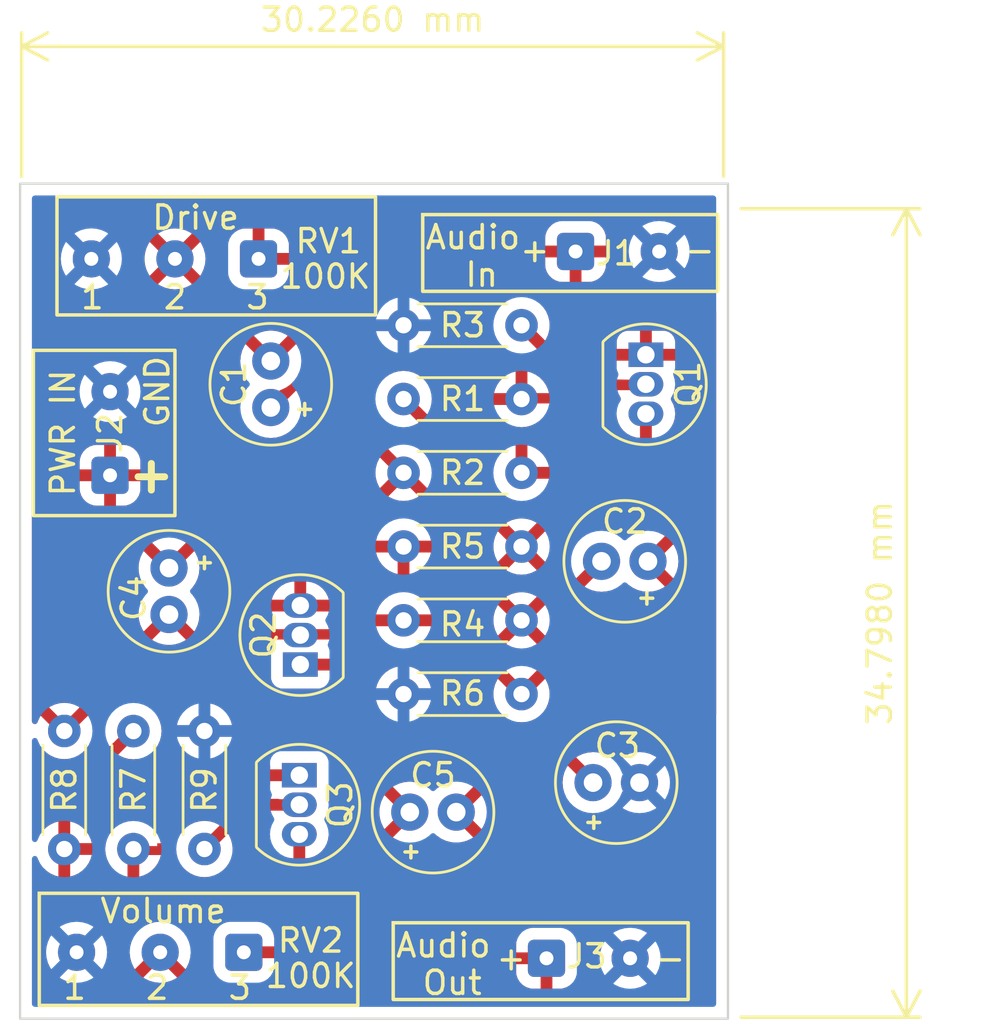
<source format=kicad_pcb>
(kicad_pcb (version 20211014) (generator pcbnew)
  (layers (0 "F.Cu" signal) (31 "B.Cu" signal) (34 "B.Paste" user) (35 "F.Paste" user) (36 "B.SilkS" user "B.Silkscreen") (37 "F.SilkS" user "F.Silkscreen") (38 "B.Mask" user) (39 "F.Mask" user) (44 "Edge.Cuts" user))
  (net 0 "")
  (net 1 "Net-(C1-Pad1)")
  (net 2 "Net-(C1-Pad2)")
  (net 3 "Net-(C2-Pad1)")
  (net 4 "Net-(C2-Pad2)")
  (net 5 "Net-(C3-Pad1)")
  (net 6 "GND")
  (net 7 "Net-(C4-Pad1)")
  (net 8 "Net-(C4-Pad2)")
  (net 9 "Net-(C5-Pad1)")
  (net 10 "Net-(C5-Pad2)")
  (net 11 "Net-(J2-Pad1)")
  (net 12 "Net-(Q1-Pad3)")
  (net 13 "Net-(Q3-Pad1)")
  (net 14 "Net-(J3-Pad1)")
  (net 15 "Net-(J1-Pad1)")
  (footprint "Package_TO_SOT_THT:TO-92_Inline" (layer "F.Cu") (at 156.1675 86.0425 -90)
    (fp_text reference "Q1" (at 1.27 -1.8205 -90) (layer "F.SilkS"))
    (fp_text value "2N3904")
    (fp_line (start -0.53 1.85) (end 3.07 1.85) (layer "F.SilkS") (width 0.12))
    (fp_arc (start 1.27 -2.6) (mid 3.672087 -0.994977) (end 3.108478 1.838478) (layer "F.SilkS") (width 0.12))
    (fp_arc (start -0.568478 1.838478) (mid -1.132087 -0.994977) (end 1.27 -2.6) (layer "F.SilkS") (width 0.12))
    (pad "1" thru_hole rect (at 0 0 270) (size 1.05 1.5) (drill 0.75) (layers *.Cu *.Mask) (net 3 "Net-(C2-Pad1)"))
    (pad "2" thru_hole oval (at 1.27 0 270) (size 1.05 1.5) (drill 0.75) (layers *.Cu *.Mask) (net 1 "Net-(C1-Pad1)"))
    (pad "3" thru_hole oval (at 2.54 0 270) (size 1.05 1.5) (drill 0.75) (layers *.Cu *.Mask) (net 12 "Net-(Q1-Pad3)"))
  )
  (footprint "Package_TO_SOT_THT:TO-92_Inline" (layer "F.Cu") (at 141.2875 99.3775 90)
    (fp_text reference "Q2" (at 1.27 -1.5875 90) (layer "F.SilkS"))
    (fp_text value "2N3904")
    (fp_line (start -0.53 1.85) (end 3.07 1.85) (layer "F.SilkS") (width 0.12))
    (fp_arc (start -0.568478 1.838478) (mid -1.132087 -0.994977) (end 1.27 -2.6) (layer "F.SilkS") (width 0.12))
    (fp_arc (start 1.27 -2.6) (mid 3.672087 -0.994977) (end 3.108478 1.838478) (layer "F.SilkS") (width 0.12))
    (pad "1" thru_hole rect (at 0 0 90) (size 1.05 1.5) (drill 0.75) (layers *.Cu *.Mask) (net 4 "Net-(C2-Pad2)"))
    (pad "2" thru_hole oval (at 1.27 0 90) (size 1.05 1.5) (drill 0.75) (layers *.Cu *.Mask) (net 5 "Net-(C3-Pad1)"))
    (pad "3" thru_hole oval (at 2.54 0 90) (size 1.05 1.5) (drill 0.75) (layers *.Cu *.Mask) (net 7 "Net-(C4-Pad1)"))
  )
  (footprint "Connector_Wire:SolderWire-0.1sqmm_1x03_P3.6mm_D0.4mm_OD1mm" (layer "F.Cu") (at 139.49 81.915 180)
    (fp_text reference "RV1" (at -3.004 0.762) (layer "F.SilkS"))
    (fp_text value "R_Potentiometer")
    (pad "1" thru_hole roundrect (at 0 0 180) (size 1.6 1.6) (drill 0.6) (layers *.Cu *.Mask) (roundrect_rratio 0.15625) (net 15 "Net-(J1-Pad1)"))
    (pad "2" thru_hole circle (at 3.6 0 180) (size 1.6 1.6) (drill 0.6) (layers *.Cu *.Mask) (net 2 "Net-(C1-Pad2)"))
    (pad "3" thru_hole circle (at 7.2 0 180) (size 1.6 1.6) (drill 0.6) (layers *.Cu *.Mask) (net 6 "GND"))
  )
  (footprint "Capacitor_THT:C_Radial_D5.0mm_H11.0mm_P2.00mm" (layer "F.Cu") (at 156.2575 94.9325 180)
    (fp_text reference "C2" (at 1 1.7145 180) (layer "F.SilkS"))
    (fp_text value "C_Polarized")
    (fp_circle (center 1 0) (end 3.62 0) (layer "F.SilkS") (width 0.12) (fill none))
    (pad "1" thru_hole circle (at 0 0 180) (size 1.6 1.6) (drill 0.8) (layers *.Cu *.Mask) (net 3 "Net-(C2-Pad1)"))
    (pad "2" thru_hole circle (at 2 0 180) (size 1.6 1.6) (drill 0.8) (layers *.Cu *.Mask) (net 4 "Net-(C2-Pad2)"))
  )
  (footprint "Connector_Wire:SolderWire-0.1sqmm_1x02_P3.6mm_D0.4mm_OD1mm" (layer "F.Cu") (at 133.096 91.23 90)
    (fp_text reference "J2" (at 1.822 0 90) (layer "F.SilkS"))
    (fp_text value "Conn_01x02_Female")
    (pad "1" thru_hole roundrect (at 0 0 90) (size 1.6 1.6) (drill 0.6) (layers *.Cu *.Mask) (roundrect_rratio 0.15625) (net 11 "Net-(J2-Pad1)"))
    (pad "2" thru_hole circle (at 3.6 0 90) (size 1.6 1.6) (drill 0.6) (layers *.Cu *.Mask) (net 6 "GND"))
  )
  (footprint "Package_TO_SOT_THT:TO-92_Inline" (layer "F.Cu") (at 141.245 104.14 -90)
    (fp_text reference "Q3" (at 1.27 -1.757 90) (layer "F.SilkS"))
    (fp_text value "2N3904")
    (fp_line (start -0.53 1.85) (end 3.07 1.85) (layer "F.SilkS") (width 0.12))
    (fp_arc (start -0.568478 1.838478) (mid -1.132087 -0.994977) (end 1.27 -2.6) (layer "F.SilkS") (width 0.12))
    (fp_arc (start 1.27 -2.6) (mid 3.672087 -0.994977) (end 3.108478 1.838478) (layer "F.SilkS") (width 0.12))
    (pad "1" thru_hole rect (at 0 0 270) (size 1.05 1.5) (drill 0.75) (layers *.Cu *.Mask) (net 13 "Net-(Q3-Pad1)"))
    (pad "2" thru_hole oval (at 1.27 0 270) (size 1.05 1.5) (drill 0.75) (layers *.Cu *.Mask) (net 8 "Net-(C4-Pad2)"))
    (pad "3" thru_hole oval (at 2.54 0 270) (size 1.05 1.5) (drill 0.75) (layers *.Cu *.Mask) (net 9 "Net-(C5-Pad1)"))
  )
  (footprint "Resistor_THT:R_Axial_DIN0204_L3.6mm_D1.6mm_P5.08mm_Horizontal" (layer "F.Cu") (at 150.8125 97.4725 180)
    (fp_text reference "R4" (at 2.54 -0.18) (layer "F.SilkS"))
    (fp_text value "330k")
    (fp_line (start 0.62 0.92) (end 4.46 0.92) (layer "F.SilkS") (width 0.12))
    (fp_line (start 0.62 -0.92) (end 4.46 -0.92) (layer "F.SilkS") (width 0.12))
    (pad "1" thru_hole circle (at 0 0 180) (size 1.4 1.4) (drill 0.7) (layers *.Cu *.Mask) (net 11 "Net-(J2-Pad1)"))
    (pad "2" thru_hole oval (at 5.08 0 180) (size 1.4 1.4) (drill 0.7) (layers *.Cu *.Mask) (net 5 "Net-(C3-Pad1)"))
  )
  (footprint "Capacitor_THT:C_Radial_D5.0mm_H11.0mm_P2.00mm" (layer "F.Cu") (at 140.0175 88.3125 90)
    (fp_text reference "C1" (at 1 -1.5875 90) (layer "F.SilkS"))
    (fp_text value "C_Polarized")
    (fp_circle (center 1 0) (end 3.62 0) (layer "F.SilkS") (width 0.12) (fill none))
    (pad "1" thru_hole circle (at 0 0 90) (size 1.6 1.6) (drill 0.8) (layers *.Cu *.Mask) (net 1 "Net-(C1-Pad1)"))
    (pad "2" thru_hole circle (at 2 0 90) (size 1.6 1.6) (drill 0.8) (layers *.Cu *.Mask) (net 2 "Net-(C1-Pad2)"))
  )
  (footprint "Resistor_THT:R_Axial_DIN0204_L3.6mm_D1.6mm_P5.08mm_Horizontal" (layer "F.Cu") (at 145.7325 87.9475)
    (fp_text reference "R1" (at 2.54 0) (layer "F.SilkS"))
    (fp_text value "300k")
    (fp_line (start 0.62 0.92) (end 4.46 0.92) (layer "F.SilkS") (width 0.12))
    (fp_line (start 0.62 -0.92) (end 4.46 -0.92) (layer "F.SilkS") (width 0.12))
    (pad "1" thru_hole circle (at 0 0) (size 1.4 1.4) (drill 0.7) (layers *.Cu *.Mask) (net 12 "Net-(Q1-Pad3)"))
    (pad "2" thru_hole oval (at 5.08 0) (size 1.4 1.4) (drill 0.7) (layers *.Cu *.Mask) (net 1 "Net-(C1-Pad1)"))
  )
  (footprint "Capacitor_THT:C_Radial_D5.0mm_H11.0mm_P2.00mm" (layer "F.Cu") (at 146.0025 105.7275)
    (fp_text reference "C5" (at 1 -1.5875) (layer "F.SilkS"))
    (fp_text value "C_Polarized")
    (fp_circle (center 1 0) (end 3.62 0) (layer "F.SilkS") (width 0.12) (fill none))
    (pad "1" thru_hole circle (at 0 0) (size 1.6 1.6) (drill 0.8) (layers *.Cu *.Mask) (net 9 "Net-(C5-Pad1)"))
    (pad "2" thru_hole circle (at 2 0) (size 1.6 1.6) (drill 0.8) (layers *.Cu *.Mask) (net 10 "Net-(C5-Pad2)"))
  )
  (footprint "Resistor_THT:R_Axial_DIN0204_L3.6mm_D1.6mm_P5.08mm_Horizontal" (layer "F.Cu") (at 150.8125 94.2975 180)
    (fp_text reference "R5" (at 2.54 0) (layer "F.SilkS"))
    (fp_text value "1.2k")
    (fp_line (start 0.62 0.92) (end 4.46 0.92) (layer "F.SilkS") (width 0.12))
    (fp_line (start 0.62 -0.92) (end 4.46 -0.92) (layer "F.SilkS") (width 0.12))
    (pad "1" thru_hole circle (at 0 0 180) (size 1.4 1.4) (drill 0.7) (layers *.Cu *.Mask) (net 11 "Net-(J2-Pad1)"))
    (pad "2" thru_hole oval (at 5.08 0 180) (size 1.4 1.4) (drill 0.7) (layers *.Cu *.Mask) (net 7 "Net-(C4-Pad1)"))
  )
  (footprint "Capacitor_THT:C_Radial_D5.0mm_H11.0mm_P2.00mm" (layer "F.Cu") (at 153.8925 104.4575)
    (fp_text reference "C3" (at 1.0475 -1.5875) (layer "F.SilkS"))
    (fp_text value "C_Polarized")
    (fp_circle (center 1 0) (end 3.62 0) (layer "F.SilkS") (width 0.12) (fill none))
    (pad "1" thru_hole circle (at 0 0) (size 1.6 1.6) (drill 0.8) (layers *.Cu *.Mask) (net 5 "Net-(C3-Pad1)"))
    (pad "2" thru_hole circle (at 2 0) (size 1.6 1.6) (drill 0.8) (layers *.Cu *.Mask) (net 6 "GND"))
  )
  (footprint "Resistor_THT:R_Axial_DIN0204_L3.6mm_D1.6mm_P5.08mm_Horizontal" (layer "F.Cu") (at 145.7325 91.1225)
    (fp_text reference "R2" (at 2.54 0 180) (layer "F.SilkS"))
    (fp_text value "1k")
    (fp_line (start 0.62 0.92) (end 4.46 0.92) (layer "F.SilkS") (width 0.12))
    (fp_line (start 0.62 -0.92) (end 4.46 -0.92) (layer "F.SilkS") (width 0.12))
    (pad "1" thru_hole circle (at 0 0) (size 1.4 1.4) (drill 0.7) (layers *.Cu *.Mask) (net 11 "Net-(J2-Pad1)"))
    (pad "2" thru_hole oval (at 5.08 0) (size 1.4 1.4) (drill 0.7) (layers *.Cu *.Mask) (net 12 "Net-(Q1-Pad3)"))
  )
  (footprint "Connector_Wire:SolderWire-0.1sqmm_1x02_P3.6mm_D0.4mm_OD1mm" (layer "F.Cu") (at 153.14 81.5975)
    (fp_text reference "J1" (at 1.735648 0.07902) (layer "F.SilkS"))
    (fp_text value "Conn_01x02_Female")
    (pad "1" thru_hole roundrect (at 0 0) (size 1.6 1.6) (drill 0.6) (layers *.Cu *.Mask) (roundrect_rratio 0.15625) (net 15 "Net-(J1-Pad1)"))
    (pad "2" thru_hole circle (at 3.6 0) (size 1.6 1.6) (drill 0.6) (layers *.Cu *.Mask) (net 6 "GND"))
  )
  (footprint "Connector_Wire:SolderWire-0.1sqmm_1x03_P3.6mm_D0.4mm_OD1mm" (layer "F.Cu") (at 138.855 111.76 180)
    (fp_text reference "RV2" (at -2.877 0.508) (layer "F.SilkS"))
    (fp_text value "R_Potentiometer")
    (pad "1" thru_hole roundrect (at 0 0 180) (size 1.6 1.6) (drill 0.6) (layers *.Cu *.Mask) (roundrect_rratio 0.15625) (net 10 "Net-(C5-Pad2)"))
    (pad "2" thru_hole circle (at 3.6 0 180) (size 1.6 1.6) (drill 0.6) (layers *.Cu *.Mask) (net 14 "Net-(J3-Pad1)"))
    (pad "3" thru_hole circle (at 7.2 0 180) (size 1.6 1.6) (drill 0.6) (layers *.Cu *.Mask) (net 6 "GND"))
  )
  (footprint "Connector_Wire:SolderWire-0.1sqmm_1x02_P3.6mm_D0.4mm_OD1mm" (layer "F.Cu") (at 151.888026 112.018353)
    (fp_text reference "J3" (at 1.732048 -0.084704) (layer "F.SilkS"))
    (fp_text value "Conn_01x02_Female")
    (pad "1" thru_hole roundrect (at 0 0) (size 1.6 1.6) (drill 0.6) (layers *.Cu *.Mask) (roundrect_rratio 0.15625) (net 14 "Net-(J3-Pad1)"))
    (pad "2" thru_hole circle (at 3.6 0) (size 1.6 1.6) (drill 0.6) (layers *.Cu *.Mask) (net 6 "GND"))
  )
  (footprint "Resistor_THT:R_Axial_DIN0204_L3.6mm_D1.6mm_P5.08mm_Horizontal" (layer "F.Cu") (at 150.8125 100.6475 180)
    (fp_text reference "R6" (at 2.54 0.025) (layer "F.SilkS"))
    (fp_text value "680")
    (fp_line (start 0.62 -0.92) (end 4.46 -0.92) (layer "F.SilkS") (width 0.12))
    (fp_line (start 0.62 0.92) (end 4.46 0.92) (layer "F.SilkS") (width 0.12))
    (pad "1" thru_hole circle (at 0 0 180) (size 1.4 1.4) (drill 0.7) (layers *.Cu *.Mask) (net 4 "Net-(C2-Pad2)"))
    (pad "2" thru_hole oval (at 5.08 0 180) (size 1.4 1.4) (drill 0.7) (layers *.Cu *.Mask) (net 6 "GND"))
  )
  (footprint "Resistor_THT:R_Axial_DIN0204_L3.6mm_D1.6mm_P5.08mm_Horizontal" (layer "F.Cu") (at 131.125607 102.235 -90)
    (fp_text reference "R8" (at 2.54 0 90) (layer "F.SilkS"))
    (fp_text value "1k")
    (fp_line (start 0.62 -0.92) (end 4.46 -0.92) (layer "F.SilkS") (width 0.12))
    (fp_line (start 0.62 0.92) (end 4.46 0.92) (layer "F.SilkS") (width 0.12))
    (pad "1" thru_hole circle (at 0 0 270) (size 1.4 1.4) (drill 0.7) (layers *.Cu *.Mask) (net 11 "Net-(J2-Pad1)"))
    (pad "2" thru_hole oval (at 5.08 0 270) (size 1.4 1.4) (drill 0.7) (layers *.Cu *.Mask) (net 9 "Net-(C5-Pad1)"))
  )
  (footprint "Capacitor_THT:C_Radial_D5.0mm_H11.0mm_P2.00mm" (layer "F.Cu") (at 135.633923 95.221283 -90)
    (fp_text reference "C4" (at 1.298717 1.521923 -90) (layer "F.SilkS"))
    (fp_text value "C_Polarized")
    (fp_circle (center 1 0) (end 3.62 0) (layer "F.SilkS") (width 0.12) (fill none))
    (pad "1" thru_hole circle (at 0 0 270) (size 1.6 1.6) (drill 0.8) (layers *.Cu *.Mask) (net 7 "Net-(C4-Pad1)"))
    (pad "2" thru_hole circle (at 2 0 270) (size 1.6 1.6) (drill 0.8) (layers *.Cu *.Mask) (net 8 "Net-(C4-Pad2)"))
  )
  (footprint "Resistor_THT:R_Axial_DIN0204_L3.6mm_D1.6mm_P5.08mm_Horizontal" (layer "F.Cu") (at 137.16 107.315 90)
    (fp_text reference "R9" (at 2.54 0 90) (layer "F.SilkS"))
    (fp_text value "1k")
    (fp_line (start 0.62 0.92) (end 4.46 0.92) (layer "F.SilkS") (width 0.12))
    (fp_line (start 0.62 -0.92) (end 4.46 -0.92) (layer "F.SilkS") (width 0.12))
    (pad "1" thru_hole circle (at 0 0 90) (size 1.4 1.4) (drill 0.7) (layers *.Cu *.Mask) (net 13 "Net-(Q3-Pad1)"))
    (pad "2" thru_hole oval (at 5.08 0 90) (size 1.4 1.4) (drill 0.7) (layers *.Cu *.Mask) (net 6 "GND"))
  )
  (footprint "Resistor_THT:R_Axial_DIN0204_L3.6mm_D1.6mm_P5.08mm_Horizontal" (layer "F.Cu") (at 134.100838 102.241005 -90)
    (fp_text reference "R7" (at 2.54 0 90) (layer "F.SilkS"))
    (fp_text value "300k")
    (fp_line (start 0.62 0.92) (end 4.46 0.92) (layer "F.SilkS") (width 0.12))
    (fp_line (start 0.62 -0.92) (end 4.46 -0.92) (layer "F.SilkS") (width 0.12))
    (pad "1" thru_hole circle (at 0 0 270) (size 1.4 1.4) (drill 0.7) (layers *.Cu *.Mask) (net 9 "Net-(C5-Pad1)"))
    (pad "2" thru_hole oval (at 5.08 0 270) (size 1.4 1.4) (drill 0.7) (layers *.Cu *.Mask) (net 8 "Net-(C4-Pad2)"))
  )
  (footprint "Resistor_THT:R_Axial_DIN0204_L3.6mm_D1.6mm_P5.08mm_Horizontal" (layer "F.Cu") (at 150.8125 84.7725 180)
    (fp_text reference "R3" (at 2.54 0) (layer "F.SilkS"))
    (fp_text value "1k")
    (fp_line (start 0.62 0.92) (end 4.46 0.92) (layer "F.SilkS") (width 0.12))
    (fp_line (start 0.62 -0.92) (end 4.46 -0.92) (layer "F.SilkS") (width 0.12))
    (pad "1" thru_hole circle (at 0 0 180) (size 1.4 1.4) (drill 0.7) (layers *.Cu *.Mask) (net 3 "Net-(C2-Pad1)"))
    (pad "2" thru_hole oval (at 5.08 0 180) (size 1.4 1.4) (drill 0.7) (layers *.Cu *.Mask) (net 6 "GND"))
  )
  (gr_line (start 136.906 94.996) (end 137.414 94.996) (layer "F.SilkS") (width 0.15))
  (gr_line (start 153.924 106.426) (end 153.924 105.918) (layer "F.SilkS") (width 0.15))
  (gr_line (start 156.21 96.774) (end 156.21 96.266) (layer "F.SilkS") (width 0.15))
  (gr_line (start 137.16 95.25) (end 137.16 94.742) (layer "F.SilkS") (width 0.15))
  (gr_line (start 155.956 96.52) (end 156.464 96.52) (layer "F.SilkS") (width 0.15))
  (gr_rect (start 130.048 109.22) (end 143.764 114.046) (layer "F.SilkS") (width 0.15) (fill none))
  (gr_rect (start 157.988 110.49) (end 145.288 113.792) (layer "F.SilkS") (width 0.15) (fill none))
  (gr_line (start 146.05 107.696) (end 146.05 107.188) (layer "F.SilkS") (width 0.15))
  (gr_line (start 141.224 88.392) (end 141.732 88.392) (layer "F.SilkS") (width 0.15))
  (gr_rect (start 129.794 85.852) (end 135.89 92.964) (layer "F.SilkS") (width 0.15) (fill none))
  (gr_rect (start 159.258 80.01) (end 146.558 83.312) (layer "F.SilkS") (width 0.15) (fill none))
  (gr_rect (start 130.81 79.248) (end 144.526 84.328) (layer "F.SilkS") (width 0.15) (fill none))
  (gr_line (start 153.67 106.172) (end 154.178 106.172) (layer "F.SilkS") (width 0.15))
  (gr_line (start 145.796 107.442) (end 146.304 107.442) (layer "F.SilkS") (width 0.15))
  (gr_line (start 141.478 88.646) (end 141.478 88.138) (layer "F.SilkS") (width 0.15))
  (gr_rect (start 129.2225 78.6765) (end 159.7025 114.6175) (layer "Edge.Cuts") (width 0.1) (fill none))
  (gr_text "100K" (at 142.367 82.677) (layer "F.SilkS") (effects (font (size 1 1))))
  (gr_text "3" (at 139.446 83.566) (layer "F.SilkS") (effects (font (size 1 1))))
  (gr_text "2" (at 135.128 113.284) (layer "F.SilkS") (effects (font (size 1 1))))
  (gr_text "-" (at 158.496 81.534) (layer "F.SilkS") (effects (font (size 1 1))))
  (gr_text "Audio \nIn" (at 149.098 81.788) (layer "F.SilkS") (effects (font (size 1 1))))
  (gr_text "3" (at 138.684 113.284) (layer "F.SilkS") (effects (font (size 1 1))))
  (gr_text "1" (at 132.334 83.566) (layer "F.SilkS") (effects (font (size 1 1))))
  (gr_text "Audio \nOut" (at 147.828 112.268) (layer "F.SilkS") (effects (font (size 1 1))))
  (gr_text "2" (at 135.89 83.566) (layer "F.SilkS") (effects (font (size 1 1))))
  (gr_text "+" (at 150.368 112.014) (layer "F.SilkS") (effects (font (size 1 1))))
  (gr_text "Drive" (at 136.779 80.137) (layer "F.SilkS") (effects (font (size 1 1))))
  (gr_text "100K" (at 141.732 112.776) (layer "F.SilkS") (effects (font (size 1 1))))
  (gr_text "-" (at 157.226 112.014) (layer "F.SilkS") (effects (font (size 1 1))))
  (gr_text "PWR IN" (at 131.064 89.408 90) (layer "F.SilkS") (effects (font (size 1 1))))
  (gr_text "GND" (at 135.128 87.63 90) (layer "F.SilkS") (effects (font (size 1 1))))
  (gr_text "+" (at 134.874 91.186) (layer "F.SilkS") (effects (font (size 1.5 1.5) (thickness 0.3))))
  (gr_text "1" (at 131.572 113.284) (layer "F.SilkS") (effects (font (size 1 1))))
  (gr_text "+" (at 151.384 81.534) (layer "F.SilkS") (effects (font (size 1 1))))
  (gr_text "Volume" (at 135.382 109.982) (layer "F.SilkS") (effects (font (size 1 1))))
  (dimension (type aligned) (layer "F.SilkS") (pts (xy 159.766 79.756) (xy 159.766 114.554)) (height -7.62) (gr_text "1.3700 in" (at 166.236 97.155 90) (layer "F.SilkS") (effects (font (size 1 1) (thickness 0.15)))) (format (units 3) (units_format 1) (precision 4)) (style (thickness 0.15) (arrow_length 1.27) (text_position_mode 0) (extension_height 0.58642) (extension_offset 0.5) keep_text_aligned))
  (dimension (type aligned) (layer "F.SilkS") (pts (xy 129.286 78.867) (xy 159.512 78.867)) (height -6.096) (gr_text "1.1900 in" (at 144.399 71.621) (layer "F.SilkS") (effects (font (size 1 1) (thickness 0.15)))) (format (units 3) (units_format 1) (precision 4)) (style (thickness 0.15) (arrow_length 1.27) (text_position_mode 0) (extension_height 0.58642) (extension_offset 0.5) keep_text_aligned))
  (segment (start 135.89 82.185) (end 135.89 81.915) (width 0.25) (layer "F.Cu") (net 2))
  (segment (start 141.2875 99.3775) (end 141.602873 99.062127) (width 0.25) (layer "F.Cu") (net 4))
  (segment (start 131.125607 102.235) (end 130.81 101.919393) (width 0.25) (layer "F.Cu") (net 11))
  (zone (net 1) (net_name "Net-(C1-Pad1)") (layer "F.Cu") (connect_pads (clearance 0.508)) (min_thickness 0.254) (fill yes (thermal_gap 0.508) (thermal_bridge_width 0.508))
    (polygon (pts (xy 151.13 86.36) (xy 152.146 87.122) (xy 154.943719 87.104646) (xy 155.956 87.122) (xy 155.956 88.138) (xy 151.384 88.138) (xy 151.13 88.392) (xy 149.098 88.392) (xy 147.32 87.122) (xy 144.018 87.122) (xy 141.478 87.884) (xy 140.208 88.9) (xy 139.446 87.884) (xy 140.462 87.122) (xy 142.494 86.106) (xy 147.828 86.106) (xy 150.114 86.106)))
  )
  (zone (net 15) (net_name "Net-(J1-Pad1)") (layer "F.Cu") (connect_pads (clearance 0.508)) (min_thickness 0.254) (fill yes (thermal_gap 0.508) (thermal_bridge_width 0.508))
    (polygon (pts (xy 154.94 83.312) (xy 138.176 83.312) (xy 138.176 80.264) (xy 154.94 80.264)))
  )
  (zone (net 14) (net_name "Net-(J3-Pad1)") (layer "F.Cu") (connect_pads (clearance 0.508)) (min_thickness 0.254) (fill yes (thermal_gap 0.508) (thermal_bridge_width 0.508))
    (polygon (pts (xy 136.906 113.284) (xy 141.732 113.284) (xy 141.732 111.506) (xy 150.114 111.506) (xy 150.114 110.744) (xy 153.162 110.744) (xy 153.162 113.792) (xy 133.604 113.792) (xy 133.604 111.76) (xy 136.906 111.76)))
  )
  (zone (net 10) (net_name "Net-(C5-Pad2)") (layer "F.Cu") (connect_pads (clearance 0.508)) (min_thickness 0.254) (fill yes (thermal_gap 0.508) (thermal_bridge_width 0.508))
    (polygon (pts (xy 149.34446 106.935235) (xy 148.844 110.997474) (xy 140.716 110.998) (xy 140.72416 112.521474) (xy 138.43816 112.521474) (xy 138.43 110.744) (xy 142.75616 110.489474) (xy 143.51816 110.235474) (xy 147.07416 106.679474) (xy 147.07416 103.631474) (xy 149.35262 104.648)))
  )
  (zone (net 9) (net_name "Net-(C5-Pad1)") (layer "F.Cu") (connect_pads (clearance 0.508)) (min_thickness 0.254) (fill yes (thermal_gap 0.508) (thermal_bridge_width 0.508))
    (polygon (pts (xy 134.366 101.6) (xy 134.366 105.664) (xy 133.096 105.664) (xy 133.096 109.474) (xy 140.462 109.474) (xy 140.716 106.680135) (xy 142.748 106.68) (xy 142.748 103.632) (xy 146.558 103.632) (xy 146.558 106.426) (xy 145.288 107.442) (xy 142.24 109.982) (xy 130.048 109.982) (xy 130.048 102.87) (xy 133.096 102.87) (xy 133.096 101.6)))
  )
  (zone (net 2) (net_name "Net-(C1-Pad2)") (layer "F.Cu") (connect_pads (clearance 0.508)) (min_thickness 0.254) (fill yes (thermal_gap 0.508) (thermal_bridge_width 0.508))
    (polygon (pts (xy 137.414 83.82) (xy 141.986 83.82) (xy 141.790614 85.558923) (xy 140.266614 86.574923) (xy 138.938 86.614) (xy 136.652 85.09) (xy 134.112 83.312) (xy 134.112 80.264) (xy 137.414 80.264)))
  )
  (zone (net 7) (net_name "Net-(C4-Pad1)") (layer "F.Cu") (connect_pads (clearance 0.508)) (min_thickness 0.254) (fill yes (thermal_gap 0.508) (thermal_bridge_width 0.508))
    (polygon (pts (xy 148.082 95.758) (xy 147.32 95.758) (xy 143.51 95.758) (xy 143.51 97.282) (xy 139.954 97.282) (xy 136.652 96.266) (xy 133.096 96.266) (xy 133.096 93.726) (xy 148.082 93.726)))
  )
  (zone (net 3) (net_name "Net-(C2-Pad1)") (layer "F.Cu") (connect_pads (clearance 0.508)) (min_thickness 0.254) (fill yes (thermal_gap 0.508) (thermal_bridge_width 0.508))
    (polygon (pts (xy 159.258 101.6) (xy 155.194 101.6) (xy 155.2575 94.9325) (xy 157.135865 93.037801) (xy 157.226 86.614) (xy 154.686 86.36) (xy 152.146 86.36) (xy 150.876 85.344) (xy 149.352 85.344) (xy 149.352 84.074) (xy 159.258 84.074)))
  )
  (zone (net 11) (net_name "Net-(J2-Pad1)") (layer "F.Cu") (connect_pads (clearance 0.508)) (min_thickness 0.254) (fill yes (thermal_gap 0.508) (thermal_bridge_width 0.508))
    (polygon (pts (xy 147.066 91.948) (xy 149.86 91.948) (xy 150.876 92.456) (xy 152.146 92.964) (xy 152.148502 98.806088) (xy 148.84646 98.785749) (xy 148.8439 92.969205) (xy 132.334 92.964) (xy 132.334 102.108) (xy 129.54 102.108) (xy 129.54 89.408) (xy 140.716 89.408) (xy 144.526 89.408)))
  )
  (zone (net 12) (net_name "Net-(Q1-Pad3)") (layer "F.Cu") (connect_pads (clearance 0.508)) (min_thickness 0.254) (fill yes (thermal_gap 0.508) (thermal_bridge_width 0.508))
    (polygon (pts (xy 146.812 88.646) (xy 148.811131 89.234682) (xy 151.638 88.9) (xy 151.892 88.646) (xy 156.464 88.646) (xy 156.464 92.202) (xy 155.956 92.202) (xy 154.686 92.202) (xy 152.654 92.202) (xy 150.368 91.44) (xy 150.368 89.916) (xy 146.6596 89.7128) (xy 146.1516 89.4588) (xy 145.0848 88.2396) (xy 145.542 87.63) (xy 146.304 87.884)))
  )
  (zone (net 4) (net_name "Net-(C2-Pad2)") (layer "F.Cu") (connect_pads (clearance 0.508)) (min_thickness 0.254) (fill yes (thermal_gap 0.508) (thermal_bridge_width 0.508))
    (polygon (pts (xy 154.686 101.346) (xy 153.67 101.346) (xy 143.51 101.346) (xy 143.51 99.822) (xy 140.462 99.822) (xy 140.462 98.806) (xy 143.51 98.806) (xy 148.082 98.806) (xy 148.082 99.568) (xy 152.908 99.568) (xy 152.908 94.996) (xy 154.686 94.996)))
  )
  (zone (net 5) (net_name "Net-(C3-Pad1)") (layer "F.Cu") (connect_pads (clearance 0.508)) (min_thickness 0.254) (fill yes (thermal_gap 0.508) (thermal_bridge_width 0.508))
    (polygon (pts (xy 148.082 98.298) (xy 139.954 98.298) (xy 139.954 100.33) (xy 142.748 100.33) (xy 142.748 101.854) (xy 153.924 101.854) (xy 153.924 105.918) (xy 149.098 103.378) (xy 149.098 102.616) (xy 138.43 102.616) (xy 138.43 97.79) (xy 144.018 97.79) (xy 144.018 96.266) (xy 148.082 96.266)))
  )
  (zone (net 13) (net_name "Net-(Q3-Pad1)") (layer "F.Cu") (connect_pads (clearance 0.508)) (min_thickness 0.254) (fill yes (thermal_gap 0.508) (thermal_bridge_width 0.508))
    (polygon (pts (xy 142.24 104.648) (xy 139.7 104.648) (xy 138.938 105.41) (xy 138.938 107.442) (xy 136.652 107.696) (xy 136.652 104.648) (xy 136.652 103.632) (xy 139.954 103.632) (xy 142.24 103.632)))
  )
  (zone (net 8) (net_name "Net-(C4-Pad2)") (layer "F.Cu") (connect_pads (clearance 0.508)) (min_thickness 0.254) (fill yes (thermal_gap 0.508) (thermal_bridge_width 0.508))
    (polygon (pts (xy 137.668 97.282) (xy 137.668 101.092) (xy 135.89 101.092) (xy 135.89 101.6) (xy 135.89 108.204) (xy 139.446 108.204) (xy 139.446 105.664) (xy 139.954 105.156) (xy 141.986 105.156) (xy 141.986 105.664) (xy 139.954 105.664) (xy 139.954 108.458) (xy 139.192 108.966) (xy 133.858 108.966) (xy 133.604 107.188) (xy 135.128 107.188) (xy 135.128 100.838) (xy 133.096 100.584) (xy 133.096 97.028) (xy 136.652 97.028)))
  )
  (zone (net 6) (net_name "GND") (layer "B.Cu") (connect_pads (clearance 0.508)) (min_thickness 0.254) (fill yes (thermal_gap 0.508) (thermal_bridge_width 0.508))
    (polygon (pts (xy 159.7025 114.6175) (xy 129.2225 114.6175) (xy 129.2225 78.6765) (xy 159.7025 78.6765)))
  )
)
</source>
